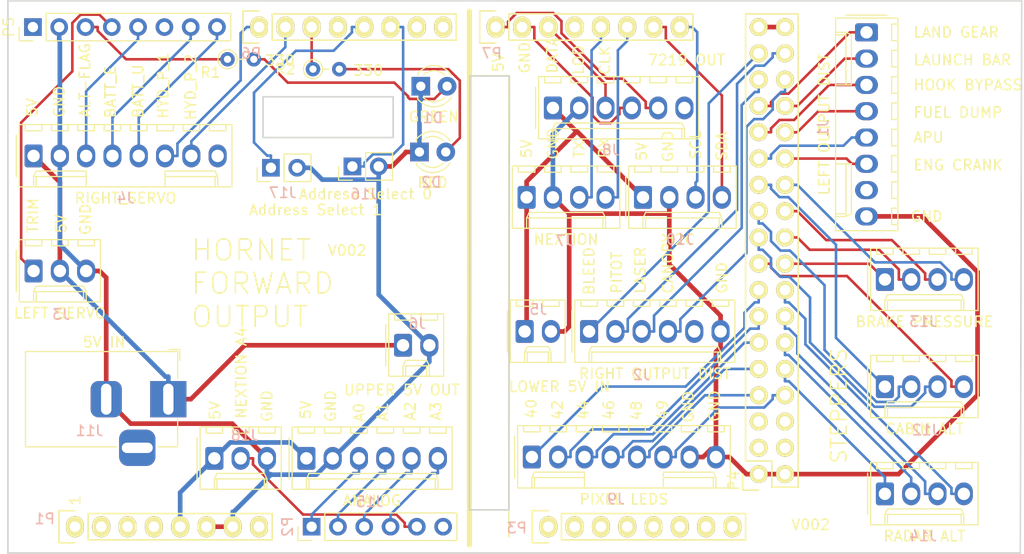
<source format=kicad_pcb>
(kicad_pcb (version 20211014) (generator pcbnew)
  (title_block (date "mar. 31 mars 2015"))
  (layers (0 "F.Cu" signal) (31 "B.Cu" signal) (34 "B.Paste" user) (35 "F.Paste" user) (36 "B.SilkS" user "B.Silkscreen") (37 "F.SilkS" user "F.Silkscreen") (38 "B.Mask" user) (39 "F.Mask" user) (44 "Edge.Cuts" user))
  (net 0 "")
  (net 1 "GND")
  (net 2 "/47")
  (net 3 "/45")
  (net 4 "/43")
  (net 5 "/41")
  (net 6 "/39")
  (net 7 "/37")
  (net 8 "/35")
  (net 9 "/33")
  (net 10 "/30")
  (net 11 "/31")
  (net 12 "/28")
  (net 13 "/29")
  (net 14 "/26")
  (net 15 "/27")
  (net 16 "/24")
  (net 17 "/25")
  (net 18 "/22")
  (net 19 "/23")
  (net 20 "+5V")
  (net 21 "GNDD")
  (net 22 "/D8")
  (net 23 "/D7")
  (net 24 "/D6")
  (net 25 "/D12")
  (net 26 "/D11")
  (net 27 "/D9")
  (net 28 "Net-(D1-Pad2)")
  (net 29 "Net-(D2-Pad2)")
  (net 30 "/14(Tx3)")
  (net 31 "/15(Rx3)")
  (net 32 "/16(Tx2)")
  (net 33 "/18(Tx1)")
  (net 34 "/38")
  (net 35 "/36")
  (net 36 "/34")
  (net 37 "/32")
  (net 38 "/48")
  (net 39 "/49")
  (net 40 "/46")
  (net 41 "/44")
  (net 42 "/42")
  (net 43 "/40")
  (net 44 "/D13")
  (net 45 "/D5")
  (net 46 "/19(Rx1)")
  (net 47 "/20(SDA)")
  (net 48 "/21(SCL)")
  (net 49 "/ADDRESS_SELECT_0")
  (net 50 "/ADDRESS_SELECT_1")
  (net 51 "/LOWER_OUTPUT_5V")
  (net 52 "/UPPER_OUTPUT_5V")
  (net 53 "+5VL")
  (net 54 "/A3")
  (net 55 "/A2")
  (net 56 "/A1")
  (net 57 "/A0")
  (net 58 "/A4")
  (footprint "Socket_Arduino_Mega:Socket_Strip_Arduino_2x18" (layer "F.Cu") (at 197.358 114.046 90)
    (fp_text reference "P4")
    (fp_text value "Digital")
  )
  (footprint "Socket_Arduino_Mega:Socket_Strip_Arduino_1x08" (layer "F.Cu") (at 131.318 119.126)
    (fp_text reference "P1")
    (fp_text value "Power")
  )
  (footprint "Connector_PinHeader_2.54mm:PinHeader_1x06_P2.54mm_Vertical" (layer "F.Cu") (at 154.178 119.126 90)
    (fp_text reference "P2")
    (fp_text value "Analog")
  )
  (footprint "Socket_Arduino_Mega:Socket_Strip_Arduino_1x08" (layer "F.Cu") (at 177.038 119.126)
    (fp_text reference "P3")
    (fp_text value "Analog")
  )
  (footprint "Connector_PinHeader_2.54mm:PinHeader_1x08_P2.54mm_Vertical" (layer "F.Cu") (at 127.254 70.866 90)
    (fp_text reference "P5")
    (fp_text value "PWM")
  )
  (footprint "Socket_Arduino_Mega:Socket_Strip_Arduino_1x08" (layer "F.Cu") (at 149.098 70.866)
    (fp_text reference "P6")
    (fp_text value "PWM")
  )
  (footprint "Socket_Arduino_Mega:Socket_Strip_Arduino_1x08" (layer "F.Cu") (at 171.958 70.866)
    (fp_text reference "P7")
    (fp_text value "Communication")
  )
  (footprint "LED_THT:LED_D3.0mm" (layer "F.Cu") (at 164.719 76.581)
    (fp_text reference "D1")
    (fp_text value "GREEN")
  )
  (footprint "LED_THT:LED_D3.0mm" (layer "F.Cu") (at 164.592 82.931)
    (fp_text reference "D2")
    (fp_text value "RED")
  )
  (footprint "PT_Library_v001:Molex_1x02_P2.54mm_Vertical" (layer "F.Cu") (at 174.752 100.266)
    (fp_text reference "J5")
    (fp_text value "LOWER 5V IN")
  )
  (footprint "PT_Library_v001:Molex_1x06_P2.54mm_Vertical" (layer "F.Cu") (at 177.482 78.6765)
    (fp_text reference "J8")
    (fp_text value "7219 OUT")
  )
  (footprint "Connector_PinHeader_2.54mm:PinHeader_1x02_P2.54mm_Vertical" (layer "F.Cu") (at 158.115 84.328 90)
    (fp_text reference "J16")
    (fp_text value "Address Select 0")
  )
  (footprint "Connector_PinHeader_2.54mm:PinHeader_1x02_P2.54mm_Vertical" (layer "F.Cu") (at 150.241 84.455 90)
    (fp_text reference "J17")
    (fp_text value "Address Select 1")
  )
  (footprint "PT_Library_v001:PT_R_Axial_DIN0204_L3.6mm_D1.6mm_P2.54mm_Vertical" (layer "F.Cu") (at 146.05 73.9775)
    (fp_text reference "R1")
    (fp_text value "330")
  )
  (footprint "PT_Library_v001:PT_R_Axial_DIN0204_L3.6mm_D1.6mm_P2.54mm_Vertical" (layer "F.Cu") (at 154.305 74.93)
    (fp_text reference "R2")
    (fp_text value "330")
  )
  (footprint "PT_Library_v001:Molex_1x08_P2.54mm_Vertical" (layer "F.Cu") (at 207.772 71.374 -90)
    (fp_text reference "J1")
    (fp_text value "LEFT OUTPUT DIST")
  )
  (footprint "PT_Library_v001:Molex_1x03_P2.54mm_Vertical" (layer "F.Cu") (at 127.318 94.4245)
    (fp_text reference "J3")
    (fp_text value "LEFT SERVO")
  )
  (footprint "PT_Library_v001:Molex_1x06_P2.54mm_Vertical" (layer "F.Cu") (at 180.975 100.266)
    (fp_text reference "J2")
    (fp_text value "RIGHT OUTPUT DIST")
  )
  (footprint "PT_Library_v001:Molex_1x04_P2.54mm_Vertical" (layer "F.Cu") (at 209.55 95.25)
    (fp_text reference "J13")
    (fp_text value "BRAKE PRESSURE")
  )
  (footprint "PT_Library_v001:Molex_1x04_P2.54mm_Vertical" (layer "F.Cu") (at 209.55 115.951)
    (fp_text reference "J14")
    (fp_text value "RADAR ALT")
  )
  (footprint "PT_Library_v001:Molex_1x04_P2.54mm_Vertical" (layer "F.Cu") (at 209.55 105.6)
    (fp_text reference "J12")
    (fp_text value "CABIN ALT")
  )
  (footprint "PT_Library_v001:Molex_1x08_P2.54mm_Vertical" (layer "F.Cu") (at 175.45 112.395)
    (fp_text reference "J9")
    (fp_text value "PIXEL LEDS")
  )
  (footprint "PT_Library_v001:Molex_1x04_P2.54mm_Vertical" (layer "F.Cu") (at 186.182 87.3125)
    (fp_text reference "J10")
    (fp_text value "I2C")
  )
  (footprint "Connector_BarrelJack:BarrelJack_Horizontal" (layer "F.Cu") (at 140.335 106.807)
    (fp_text reference "J11")
    (fp_text value "5V IN")
  )
  (footprint "PT_Library_v001:Molex_1x04_P2.54mm_Vertical" (layer "F.Cu") (at 174.942 87.3125)
    (fp_text reference "J7")
    (fp_text value "NEXTION")
  )
  (footprint "PT_Library_v001:Molex_1x08_P2.54mm_Vertical" (layer "F.Cu") (at 127.318 83.312)
    (fp_text reference "J4")
    (fp_text value "RIGHT_SERVO")
  )
  (footprint "PT_Library_v001:Molex_1x02_P2.54mm_Vertical" (layer "F.Cu") (at 163.004 101.6)
    (fp_text reference "J6")
    (fp_text value "UPPER 5V OUT")
  )
  (footprint "PT_Library_v001:Molex_1x06_P2.54mm_Vertical" (layer "F.Cu") (at 153.67 112.522)
    (fp_text reference "J15")
    (fp_text value "ANALOG")
  )
  (footprint "PT_Library_v001:Molex_1x03_P2.54mm_Vertical" (layer "F.Cu") (at 144.78 112.522)
    (fp_text reference "J18")
    (fp_text value "NEXTION ANA")
  )
  (gr_line (start 169.4815 75.565) (end 173.228 75.565) (layer "F.SilkS") (width 0.15))
  (gr_line (start 169.418 69.342) (end 169.418 120.904) (layer "F.SilkS") (width 0.5))
  (gr_line (start 173.228 75.565) (end 173.228 120.0785) (layer "F.SilkS") (width 0.15))
  (gr_line (start 124.841 121.666) (end 222.631 121.666) (layer "Edge.Cuts") (width 0.15))
  (gr_line (start 149.479 77.597) (end 149.606 77.597) (layer "Edge.Cuts") (width 0.15))
  (gr_line (start 169.418 117.5004) (end 169.4688 75.5904) (layer "Edge.Cuts") (width 0.15))
  (gr_line (start 124.841 68.326) (end 222.758 68.326) (layer "Edge.Cuts") (width 0.15))
  (gr_line (start 124.841 68.326) (end 124.841 121.666) (layer "Edge.Cuts") (width 0.15))
  (gr_line (start 149.606 77.597) (end 162.052 77.597) (layer "Edge.Cuts") (width 0.15))
  (gr_line (start 169.4688 75.5904) (end 173.2788 75.5904) (layer "Edge.Cuts") (width 0.15))
  (gr_line (start 173.2788 75.5904) (end 173.228 117.5004) (layer "Edge.Cuts") (width 0.15))
  (gr_line (start 149.479 81.534) (end 149.479 77.597) (layer "Edge.Cuts") (width 0.15))
  (gr_line (start 222.631 121.666) (end 222.758 68.326) (layer "Edge.Cuts") (width 0.15))
  (gr_line (start 162.052 77.597) (end 162.052 81.534) (layer "Edge.Cuts") (width 0.15))
  (gr_line (start 173.228 117.5004) (end 169.418 117.5004) (layer "Edge.Cuts") (width 0.15))
  (gr_line (start 162.052 81.534) (end 149.479 81.534) (layer "Edge.Cuts") (width 0.15))
  (gr_text "BLEED" (at 180.975 96.8375 90) (layer "F.SilkS") (effects (font (size 1 1)) (justify left)))
  (gr_text "PITOT" (at 183.642 96.7105 90) (layer "F.SilkS") (effects (font (size 1 1)) (justify left)))
  (gr_text "LASER" (at 185.928 96.7105 90) (layer "F.SilkS") (effects (font (size 1 1)) (justify left)))
  (gr_text "CANOPY" (at 188.595 96.7105 90) (layer "F.SilkS") (effects (font (size 1 1)) (justify left)))
  (gr_text "GND" (at 177.4825 83.7565 90) (layer "F.SilkS") (effects (font (size 1 1)) (justify left)))
  (gr_text "5V" (at 174.9425 83.6295 90) (layer "F.SilkS") (effects (font (size 1 1)) (justify left)))
  (gr_text "TX" (at 180.0225 83.6295 90) (layer "F.SilkS") (effects (font (size 1 1)) (justify left)))
  (gr_text "RX" (at 182.4355 83.6295 90) (layer "F.SilkS") (effects (font (size 1 1)) (justify left)))
  (gr_text "GND" (at 188.595 84.0105 90) (layer "F.SilkS") (effects (font (size 1 1)) (justify left)))
  (gr_text "5V" (at 186.055 83.8835 90) (layer "F.SilkS") (effects (font (size 1 1)) (justify left)))
  (gr_text "SCL" (at 191.262 83.7565 90) (layer "F.SilkS") (effects (font (size 1 1)) (justify left)))
  (gr_text "SDA" (at 193.802 83.8835 90) (layer "F.SilkS") (effects (font (size 1 1)) (justify left)))
  (gr_text "GND" (at 174.752 75.438 90) (layer "F.SilkS") (effects (font (size 1 1)) (justify left)))
  (gr_text "5V" (at 172.212 75.311 90) (layer "F.SilkS") (effects (font (size 1 1)) (justify left)))
  (gr_text "GND" (at 211.963 89.154) (layer "F.SilkS") (effects (font (size 1 1)) (justify left)))
  (gr_text "LAND GEAR" (at 212.217 71.374) (layer "F.SilkS") (effects (font (size 1 1)) (justify left)))
  (gr_text "LAUNCH BAR" (at 212.217 74.041) (layer "F.SilkS") (effects (font (size 1 1)) (justify left)))
  (gr_text "HOOK BYPASS" (at 212.217 76.454) (layer "F.SilkS") (effects (font (size 1 1)) (justify left)))
  (gr_text "FUEL DUMP" (at 212.217 79.121) (layer "F.SilkS") (effects (font (size 1 1)) (justify left)))
  (gr_text "APU" (at 212.217 81.534) (layer "F.SilkS") (effects (font (size 1 1)) (justify left)))
  (gr_text "ENG CRANK" (at 212.217 84.201) (layer "F.SilkS") (effects (font (size 1 1)) (justify left)))
  (gr_text "LOD" (at 179.959 75.565 90) (layer "F.SilkS") (effects (font (size 1 1)) (justify left)))
  (gr_text "CLK" (at 182.499 75.565 90) (layer "F.SilkS") (effects (font (size 1 1)) (justify left)))
  (gr_text "DATA" (at 177.419 75.438 90) (layer "F.SilkS") (effects (font (size 1 1)) (justify left)))
  (gr_text "5V" (at 129.9845 90.8685 90) (layer "F.SilkS") (effects (font (size 1 1)) (justify left)))
  (gr_text "GND" (at 132.334 91.059 90) (layer "F.SilkS") (effects (font (size 1 1)) (justify left)))
  (gr_text "GND" (at 129.794 79.6925 90) (layer "F.SilkS") (effects (font (size 1 1)) (justify left)))
  (gr_text "5V" (at 127.1905 79.629 90) (layer "F.SilkS") (effects (font (size 1 1)) (justify left)))
  (gr_text "TRIM" (at 127.254 90.8685 90) (layer "F.SilkS") (effects (font (size 1 1)) (justify left)))
  (gr_text "ALT-FLAG" (at 132.2705 79.6925 90) (layer "F.SilkS") (effects (font (size 1 1)) (justify left)))
  (gr_text "BATT_E" (at 134.747 79.756 90) (layer "F.SilkS") (effects (font (size 1 1)) (justify left)))
  (gr_text "BATT_U" (at 137.414 79.756 90) (layer "F.SilkS") (effects (font (size 1 1)) (justify left)))
  (gr_text "HYD_P_1" (at 139.827 79.8195 90) (layer "F.SilkS") (effects (font (size 1 1)) (justify left)))
  (gr_text "HYD_P_2" (at 142.494 79.9465 90) (layer "F.SilkS") (effects (font (size 1 1)) (justify left)))
  (gr_text "GND" (at 149.86 109.093 90) (layer "F.SilkS") (effects (font (size 1 1)) (justify left)))
  (gr_text "5V" (at 144.8435 108.9025 90) (layer "F.SilkS") (effects (font (size 1 1)) (justify left)))
  (gr_text "GND" (at 156.0195 109.093 90) (layer "F.SilkS") (effects (font (size 1 1)) (justify left)))
  (gr_text "5V" (at 153.6065 108.839 90) (layer "F.SilkS") (effects (font (size 1 1)) (justify left)))
  (gr_text "NEXTION A4" (at 147.3835 108.7755 90) (layer "F.SilkS") (effects (font (size 1 1)) (justify left)))
  (gr_text "A0" (at 158.75 109.093 90) (layer "F.SilkS") (effects (font (size 1 1)) (justify left)))
  (gr_text "A1" (at 161.036 109.0295 90) (layer "F.SilkS") (effects (font (size 1 1)) (justify left)))
  (gr_text "A2" (at 163.703 108.966 90) (layer "F.SilkS") (effects (font (size 1 1)) (justify left)))
  (gr_text "A3" (at 166.1795 108.966 90) (layer "F.SilkS") (effects (font (size 1 1)) (justify left)))
  (gr_text "GND" (at 193.1035 109.093 90) (layer "F.SilkS") (effects (font (size 1 1)) (justify left)))
  (gr_text "GND" (at 190.5635 109.1565 90) (layer "F.SilkS") (effects (font (size 1 1)) (justify left)))
  (gr_text "40" (at 175.387 108.7755 90) (layer "F.SilkS") (effects (font (size 1 1)) (justify left)))
  (gr_text "42" (at 177.927 108.9025 90) (layer "F.SilkS") (effects (font (size 1 1)) (justify left)))
  (gr_text "44" (at 180.4035 108.9025 90) (layer "F.SilkS") (effects (font (size 1 1)) (justify left)))
  (gr_text "46" (at 182.88 108.9025 90) (layer "F.SilkS") (effects (font (size 1 1)) (justify left)))
  (gr_text "48" (at 185.547 108.966 90) (layer "F.SilkS") (effects (font (size 1 1)) (justify left)))
  (gr_text "49" (at 188.087 108.9025 90) (layer "F.SilkS") (effects (font (size 1 1)) (justify left)))
  (gr_text "V002\n" (at 202.3745 118.9355) (layer "F.SilkS") (effects (font (size 1 1))))
  (gr_text "GND" (at 193.802 96.7105 90) (layer "F.SilkS") (effects (font (size 1 1)) (justify left)))
  (gr_text "STEPPERS" (at 205.105 107.442 90) (layer "F.SilkS") (effects (font (size 1.5 1.5))))
  (gr_text "V002\n" (at 157.607 92.456) (layer "F.SilkS") (effects (font (size 1 1))))
  (gr_text "1" (at 131.318 116.586 90) (layer "F.SilkS") (effects (font (size 1 1))))
  (gr_text "HORNET \nFORWARD \nOUTPUT" (at 142.4305 95.631) (layer "F.SilkS") (effects (font (size 2 2)) (justify left)))
  (segment (start 188.722 87.3125) (end 188.722 88.8849) (width 0.45) (layer "F.Cu") (net 1))
  (segment (start 199.898 114.046) (end 210.8641 114.046) (width 0.45) (layer "F.Cu") (net 1))
  (segment (start 192.748 111.6323) (end 191.9853 112.395) (width 0.45) (layer "F.Cu") (net 1))
  (segment (start 197.358 114.046) (end 199.898 114.046) (width 0.45) (layer "F.Cu") (net 1))
  (segment (start 196.1763 114.046) (end 194.5253 112.395) (width 0.45) (layer "F.Cu") (net 1))
  (segment (start 193.23 111.6323) (end 193.23 102.2363) (width 0.45) (layer "F.Cu") (net 1))
  (segment (start 193.23 102.2363) (end 193.675 101.7913) (width 0.45) (layer "F.Cu") (net 1))
  (segment (start 193.23 112.395) (end 193.23 111.6323) (width 0.45) (layer "F.Cu") (net 1))
  (segment (start 193.675 100.266) (end 193.675 101.7913) (width 0.45) (layer "F.Cu") (net 1))
  (segment (start 188.722 93.7877) (end 193.675 98.7407) (width 0.45) (layer "F.Cu") (net 1))
  (segment (start 188.722 88.8849) (end 188.722 93.7877) (width 0.45) (layer "F.Cu") (net 1))
  (segment (start 188.722 88.8849) (end 179.0544 88.8849) (width 0.45) (layer "F.Cu") (net 1))
  (segment (start 210.8641 114.046) (end 218.4966 106.4135) (width 0.45) (layer "F.Cu") (net 1))
  (segment (start 193.675 100.266) (end 193.675 98.7407) (width 0.45) (layer "F.Cu") (net 1))
  (segment (start 179.0544 88.8849) (end 179.0544 99.7989) (width 0.45) (layer "F.Cu") (net 1))
  (segment (start 179.0544 99.7989) (end 178.5873 100.266) (width 0.45) (layer "F.Cu") (net 1))
  (segment (start 177.292 100.266) (end 178.5873 100.266) (width 0.45) (layer "F.Cu") (net 1))
  (segment (start 193.23 111.6323) (end 192.748 111.6323) (width 0.45) (layer "F.Cu") (net 1))
  (segment (start 190.69 112.395) (end 191.9853 112.395) (width 0.45) (layer "F.Cu") (net 1))
  (segment (start 218.4966 94.5142) (end 213.1364 89.154) (width 0.45) (layer "F.Cu") (net 1))
  (segment (start 179.0544 88.8849) (end 177.482 87.3125) (width 0.45) (layer "F.Cu") (net 1))
  (segment (start 197.358 114.046) (end 196.1763 114.046) (width 0.45) (layer "F.Cu") (net 1))
  (segment (start 218.4966 106.4135) (end 218.4966 94.5142) (width 0.45) (layer "F.Cu") (net 1))
  (segment (start 213.1364 89.154) (end 207.772 89.154) (width 0.45) (layer "F.Cu") (net 1))
  (segment (start 193.23 112.395) (end 194.5253 112.395) (width 0.45) (layer "F.Cu") (net 1))
  (segment (start 177.482 81.2165) (end 177.482 87.3125) (width 0.45) (layer "B.Cu") (net 1))
  (segment (start 180.022 78.6765) (end 177.482 81.2165) (width 0.45) (layer "B.Cu") (net 1))
  (segment (start 199.898 105.0749) (end 200.2695 105.0749) (width 0.25) (layer "B.Cu") (net 2))
  (segment (start 209.55 114.3554) (end 209.55 115.951) (width 0.25) (layer "B.Cu") (net 2))
  (segment (start 200.2695 105.0749) (end 209.55 114.3554) (width 0.25) (layer "B.Cu") (net 2))
  (segment (start 199.898 103.886) (end 199.898 105.0749) (width 0.25) (layer "B.Cu") (net 2))
  (segment (start 199.898 102.5349) (end 200.2375 102.5349) (width 0.25) (layer "B.Cu") (net 3))
  (segment (start 200.2375 102.5349) (end 212.09 114.3874) (width 0.25) (layer "B.Cu") (net 3))
  (segment (start 199.898 101.346) (end 199.898 102.5349) (width 0.25) (layer "B.Cu") (net 3))
  (segment (start 212.09 114.3874) (end 212.09 115.951) (width 0.25) (layer "B.Cu") (net 3))
  (segment (start 199.898 99.9949) (end 200.2696 99.9949) (width 0.25) (layer "B.Cu") (net 4))
  (segment (start 201.0869 100.8122) (end 201.0869 102.4079) (width 0.25) (layer "B.Cu") (net 4))
  (segment (start 201.0869 102.4079) (end 213.4347 114.7557) (width 0.25) (layer "B.Cu") (net 4))
  (segment (start 213.4347 114.7557) (end 213.4347 115.951) (width 0.25) (layer "B.Cu") (net 4))
  (segment (start 214.63 115.951) (end 213.4347 115.951) (width 0.25) (layer "B.Cu") (net 4))
  (segment (start 199.898 98.806) (end 199.898 99.9949) (width 0.25) (layer "B.Cu") (net 4))
  (segment (start 200.2696 99.9949) (end 201.0869 100.8122) (width 0.25) (layer "B.Cu") (net 4))
  (segment (start 201.8683 101.5094) (end 212.479 112.1201) (width 0.25) (layer "B.Cu") (net 5))
  (segment (start 212.7209 112.1201) (end 215.9747 115.3739) (width 0.25) (layer "B.Cu") (net 5))
  (segment (start 217.17 115.951) (end 215.9747 115.951) (width 0.25) (layer "B.Cu") (net 5))
  (segment (start 215.9747 115.3739) (end 215.9747 115.951) (width 0.25) (layer "B.Cu") (net 5))
  (segment (start 200.2695 97.4549) (end 201.8683 99.0537) (width 0.25) (layer "B.Cu") (net 5))
  (segment (start 212.479 112.1201) (end 212.7209 112.1201) (width 0.25) (layer "B.Cu") (net 5))
  (segment (start 201.8683 99.0537) (end 201.8683 101.5094) (width 0.25) (layer "B.Cu") (net 5))
  (segment (start 199.898 97.4549) (end 200.2695 97.4549) (width 0.25) (layer "B.Cu") (net 5))
  (segment (start 199.898 96.266) (end 199.898 97.4549) (width 0.25) (layer "B.Cu") (net 5))
  (segment (start 199.898 93.726) (end 208.026 93.726) (width 0.25) (layer "F.Cu") (net 6))
  (segment (start 208.026 93.726) (end 209.55 95.25) (width 0.25) (layer "F.Cu") (net 6))
  (segment (start 199.898 91.186) (end 201.0869 91.186) (width 0.25) (layer "F.Cu") (net 7))
  (segment (start 202.2758 92.3749) (end 208.9908 92.3749) (width 0.25) (layer "F.Cu") (net 7))
  (segment (start 212.09 95.25) (end 210.8947 95.25) (width 0.25) (layer "F.Cu") (net 7))
  (segment (start 208.9908 92.3749) (end 210.8947 94.2788) (width 0.25) (layer "F.Cu") (net 7))
  (segment (start 201.0869 91.186) (end 202.2758 92.3749) (width 0.25) (layer "F.Cu") (net 7))
  (segment (start 210.8947 94.2788) (end 210.8947 95.25) (width 0.25) (layer "F.Cu") (net 7))
  (segment (start 199.898 88.646) (end 201.0869 88.646) (width 0.25) (layer "F.Cu") (net 8))
  (segment (start 213.4347 94.6524) (end 210.2245 91.4422) (width 0.25) (layer "F.Cu") (net 8))
  (segment (start 213.4347 95.25) (end 213.4347 94.6524) (width 0.25) (layer "F.Cu") (net 8))
  (segment (start 210.2245 91.4422) (end 203.8831 91.4422) (width 0.25) (layer "F.Cu") (net 8))
  (segment (start 214.63 95.25) (end 213.4347 95.25) (width 0.25) (layer "F.Cu") (net 8))
  (segment (start 203.8831 91.4422) (end 201.0869 88.646) (width 0.25) (layer "F.Cu") (net 8))
  (segment (start 217.17 95.25) (end 215.9747 95.25) (width 0.25) (layer "B.Cu") (net 9))
  (segment (start 208.574 93.5931) (end 214.9154 93.5931) (width 0.25) (layer "B.Cu") (net 9))
  (segment (start 214.9154 93.5931) (end 215.9747 94.6524) (width 0.25) (layer "B.Cu") (net 9))
  (segment (start 199.898 86.106) (end 201.0869 86.106) (width 0.25) (layer "B.Cu") (net 9))
  (segment (start 201.0869 86.106) (end 208.574 93.5931) (width 0.25) (layer "B.Cu") (net 9))
  (segment (start 215.9747 94.6524) (end 215.9747 95.25) (width 0.25) (layer "B.Cu") (net 9))
  (segment (start 205.5552 82.3255) (end 206.3467 81.534) (width 0.25) (layer "B.Cu") (net 10))
  (segment (start 198.5469 83.566) (end 198.5469 83.1944) (width 0.25) (layer "B.Cu") (net 10))
  (segment (start 207.772 81.534) (end 206.3467 81.534) (width 0.25) (layer "B.Cu") (net 10))
  (segment (start 198.5469 83.1944) (end 199.4158 82.3255) (width 0.25) (layer "B.Cu") (net 10))
  (segment (start 197.358 83.566) (end 198.5469 83.566) (width 0.25) (layer "B.Cu") (net 10))
  (segment (start 199.4158 82.3255) (end 205.5552 82.3255) (width 0.25) (layer "B.Cu") (net 10))
  (segment (start 205.8387 83.566) (end 206.3467 84.074) (width 0.25) (layer "F.Cu") (net 11))
  (segment (start 199.898 83.566) (end 205.8387 83.566) (width 0.25) (layer "F.Cu") (net 11))
  (segment (start 207.772 84.074) (end 206.3467 84.074) (width 0.25) (layer "F.Cu") (net 11))
  (segment (start 198.5469 81.026) (end 198.5469 80.6544) (width 0.25) (layer "F.Cu") (net 12))
  (segment (start 198.5469 80.6544) (end 199.3642 79.8371) (width 0.25) (layer "F.Cu") (net 12))
  (segment (start 197.358 81.026) (end 198.5469 81.026) (width 0.25) (layer "F.Cu") (net 12))
  (segment (start 200.7805 79.8371) (end 204.1636 76.454) (width 0.25) (layer "F.Cu") (net 12))
  (segment (start 204.1636 76.454) (end 207.772 76.454) (width 0.25) (layer "F.Cu") (net 12))
  (segment (start 199.3642 79.8371) (end 200.7805 79.8371) (width 0.25) (layer "F.Cu") (net 12))
  (segment (start 201.0869 81.026) (end 203.1189 78.994) (width 0.25) (layer "F.Cu") (net 13))
  (segment (start 199.898 81.026) (end 201.0869 81.026) (width 0.25) (layer "F.Cu") (net 13))
  (segment (start 203.1189 78.994) (end 207.772 78.994) (width 0.25) (layer "F.Cu") (net 13))
  (segment (start 206.1605 71.374) (end 207.772 71.374) (width 0.25) (layer "F.Cu") (net 14))
  (segment (start 200.2374 77.2971) (end 206.1605 71.374) (width 0.25) (layer "F.Cu") (net 14))
  (segment (start 198.5469 78.486) (end 198.5469 78.1144) (width 0.25) (layer "F.Cu") (net 14))
  (segment (start 198.5469 78.1144) (end 199.3642 77.2971) (width 0.25) (layer "F.Cu") (net 14))
  (segment (start 197.358 78.486) (end 198.5469 78.486) (width 0.25) (layer "F.Cu") (net 14))
  (segment (start 199.3642 77.2971) (end 200.2374 77.2971) (width 0.25) (layer "F.Cu") (net 14))
  (segment (start 201.0869 78.486) (end 205.6589 73.914) (width 0.25) (layer "F.Cu") (net 15))
  (segment (start 205.6589 73.914) (end 207.772 73.914) (width 0.25) (layer "F.Cu") (net 15))
  (segment (start 199.898 78.486) (end 201.0869 78.486) (width 0.25) (layer "F.Cu") (net 15))
  (segment (start 195.7187 90.262) (end 187.2503 98.7304) (width 0.25) (layer "B.Cu") (net 16))
  (segment (start 186.055 100.266) (end 187.2503 100.266) (width 0.25) (layer "B.Cu") (net 16))
  (segment (start 187.2503 98.7304) (end 187.2503 100.266) (width 0.25) (layer "B.Cu") (net 16))
  (segment (start 195.7187 78.4027) (end 195.7187 90.262) (width 0.25) (layer "B.Cu") (net 16))
  (segment (start 197.358 77.1349) (end 196.9865 77.1349) (width 0.25) (layer "B.Cu") (net 16))
  (segment (start 196.9865 77.1349) (end 195.7187 78.4027) (width 0.25) (layer "B.Cu") (net 16))
  (segment (start 197.358 75.946) (end 197.358 77.1349) (width 0.25) (layer "B.Cu") (net 16))
  (segment (start 199.5264 77.1349) (end 198.7091 77.9522) (width 0.25) (layer "B.Cu") (net 17))
  (segment (start 196.1691 80.5051) (end 196.1691 92.6919) (width 0.25) (layer "B.Cu") (net 17))
  (segment (start 197.7913 79.756) (end 196.9182 79.756) (width 0.25) (layer "B.Cu") (net 17))
  (segment (start 199.898 75.946) (end 199.898 77.1349) (width 0.25) (layer "B.Cu") (net 17))
  (segment (start 189.7903 99.0707) (end 189.7903 100.266) (width 0.25) (layer "B.Cu") (net 17))
  (segment (start 199.898 77.1349) (end 199.5264 77.1349) (width 0.25) (layer "B.Cu") (net 17))
  (segment (start 188.595 100.266) (end 189.7903 100.266) (width 0.25) (layer "B.Cu") (net 17))
  (segment (start 196.9182 79.756) (end 196.1691 80.5051) (width 0.25) (layer "B.Cu") (net 17))
  (segment (start 198.7091 77.9522) (end 198.7091 78.8382) (width 0.25) (layer "B.Cu") (net 17))
  (segment (start 196.1691 92.6919) (end 189.7903 99.0707) (width 0.25) (layer "B.Cu") (net 17))
  (segment (start 198.7091 78.8382) (end 197.7913 79.756) (width 0.25) (layer "B.Cu") (net 17))
  (segment (start 197.358 73.406) (end 192.532 78.232) (width 0.25) (layer "B.Cu") (net 18))
  (segment (start 192.532 88.709) (end 180.975 100.266) (width 0.25) (layer "B.Cu") (net 18))
  (segment (start 192.532 78.232) (end 192.532 88.709) (width 0.25) (layer "B.Cu") (net 18))
  (segment (start 195.2683 88.5127) (end 195.2683 76.3451) (width 0.25) (layer "B.Cu") (net 19))
  (segment (start 184.7103 99.0707) (end 195.2683 88.5127) (width 0.25) (layer "B.Cu") (net 19))
  (segment (start 198.7091 73.7776) (end 198.7091 73.406) (width 0.25) (layer "B.Cu") (net 19))
  (segment (start 199.898 73.406) (end 198.7091 73.406) (width 0.25) (layer "B.Cu") (net 19))
  (segment (start 197.0185 74.5949) (end 197.8918 74.5949) (width 0.25) (layer "B.Cu") (net 19))
  (segment (start 184.7103 100.266) (end 184.7103 99.0707) (width 0.25) (layer "B.Cu") (net 19))
  (segment (start 195.2683 76.3451) (end 197.0185 74.5949) (width 0.25) (layer "B.Cu") (net 19))
  (segment (start 183.515 100.266) (end 184.7103 100.266) (width 0.25) (layer "B.Cu") (net 19))
  (segment (start 197.8918 74.5949) (end 198.7091 73.7776) (width 0.25) (layer "B.Cu") (net 19))
  (segment (start 199.898 70.866) (end 197.358 70.866) (width 0.45) (layer "F.Cu") (net 20))
  (segment (start 146.5076 109.1696) (end 136.6976 109.1696) (width 0.45) (layer "F.Cu") (net 21))
  (segment (start 163.2667 82.931) (end 163.2667 82.9916) (width 0.45) (layer "F.Cu") (net 21))
  (segment (start 132.398 94.4245) (end 133.6933 94.4245) (width 0.45) (layer "F.Cu") (net 21))
  (segment (start 149.86 112.522) (end 146.5076 109.1696) (width 0.45) (layer "F.Cu") (net 21))
  (segment (start 134.335 106.807) (end 134.335 95.0662) (width 0.45) (layer "F.Cu") (net 21))
  (segment (start 163.2667 82.9916) (end 161.9303 84.328) (width 0.45) (layer "F.Cu") (net 21))
  (segment (start 146.558 119.126) (end 144.018 119.126) (width 0.45) (layer "F.Cu") (net 21))
  (segment (start 164.592 82.931) (end 163.2667 82.931) (width 0.45) (layer "F.Cu") (net 21))
  (segment (start 136.6976 109.1696) (end 134.335 106.807) (width 0.45) (layer "F.Cu") (net 21))
  (segment (start 160.655 84.328) (end 161.9303 84.328) (width 0.45) (layer "F.Cu") (net 21))
  (segment (start 134.335 95.0662) (end 133.6933 94.4245) (width 0.45) (layer "F.Cu") (net 21))
  (segment (start 154.633 114.099) (end 156.21 112.522) (width 0.45) (layer "B.Cu") (net 21))
  (segment (start 150.2365 114.099) (end 154.633 114.099) (width 0.45) (layer "B.Cu") (net 21))
  (segment (start 155.2046 85.6033) (end 154.0563 84.455) (width 0.45) (layer "B.Cu") (net 21))
  (segment (start 164.719 76.581) (end 164.719 77.9063) (width 0.45) (layer "B.Cu") (net 21))
  (segment (start 160.655 85.6033) (end 155.2046 85.6033) (width 0.45) (layer "B.Cu") (net 21))
  (segment (start 129.794 70.866) (end 129.794 72.1413) (width 0.45) (layer "B.Cu") (net 21))
  (segment (start 129.858 91.8845) (end 129.858 83.312) (width 0.45) (layer "B.Cu") (net 21))
  (segment (start 146.558 119.126) (end 146.558 117.6847) (width 0.45) (layer "B.Cu") (net 21))
  (segment (start 165.544 103.188) (end 165.544 101.6) (width 0.45) (layer "B.Cu") (net 21))
  (segment (start 129.858 72.2053) (end 129.794 72.1413) (width 0.45) (layer "B.Cu") (net 21))
  (segment (start 150.1848 114.0473) (end 150.2365 114.099) (width 0.45) (layer "B.Cu") (net 21))
  (segment (start 156.21 112.522) (end 165.544 103.188) (width 0.45) (layer "B.Cu") (net 21))
  (segment (start 146.6508 117.6847) (end 150.2365 114.099) (width 0.45) (layer "B.Cu") (net 21))
  (segment (start 146.558 117.6847) (end 146.6508 117.6847) (width 0.45) (layer "B.Cu") (net 21))
  (segment (start 160.655 85.6033) (end 160.655 96.711) (width 0.45) (layer "B.Cu") (net 21))
  (segment (start 152.781 84.455) (end 154.0563 84.455) (width 0.45) (layer "B.Cu") (net 21))
  (segment (start 160.655 84.328) (end 160.655 85.6033) (width 0.45) (layer "B.Cu") (net 21))
  (segment (start 149.86 114.0473) (end 150.1848 114.0473) (width 0.45) (layer "B.Cu") (net 21))
  (segment (start 149.86 112.522) (end 149.86 114.0473) (width 0.45) (layer "B.Cu") (net 21))
  (segment (start 164.719 77.9063) (end 164.592 78.0333) (width 0.45) (layer "B.Cu") (net 21))
  (segment (start 164.592 78.0333) (end 164.592 82.931) (width 0.45) (layer "B.Cu") (net 21))
  (segment (start 132.398 94.4245) (end 129.858 91.8845) (width 0.45) (layer "B.Cu") (net 21))
  (segment (start 160.655 96.711) (end 165.544 101.6) (width 0.45) (layer "B.Cu") (net 21))
  (segment (start 129.858 83.312) (end 129.858 72.2053) (width 0.45) (layer "B.Cu") (net 21))
  (segment (start 137.478 79.5973) (end 137.478 83.312) (width 0.25) (layer "B.Cu") (net 22))
  (segment (start 145.034 70.866) (end 145.034 72.0413) (width 0.25) (layer "B.Cu") (net 22))
  (segment (start 145.034 72.0413) (end 137.478 79.5973) (width 0.25) (layer "B.Cu") (net 22))
  (segment (start 141.2133 82.1167) (end 141.2133 83.312) (width 0.25) (layer "B.Cu") (net 23))
  (segment (start 147.9091 70.866) (end 147.32 71.4551) (width 0.25) (layer "B.Cu") (net 23))
  (segment (start 149.098 70.866) (end 147.9091 70.866) (width 0.25) (layer "B.Cu") (net 23))
  (segment (start 140.018 83.312) (end 141.2133 83.312) (width 0.25) (layer "B.Cu") (net 23))
  (segment (start 147.32 71.4551) (end 147.32 76.01) (width 0.25) (layer "B.Cu") (net 23))
  (segment (start 147.32 76.01) (end 141.2133 82.1167) (width 0.25) (layer "B.Cu") (net 23))
  (segment (start 151.638 70.866) (end 151.638 72.8067) (width 0.25) (layer "B.Cu") (net 24))
  (segment (start 151.638 72.8067) (end 142.558 81.8867) (width 0.25) (layer "B.Cu") (net 24))
  (segment (start 142.558 83.312) (end 142.558 81.8867) (width 0.25) (layer "B.Cu") (net 24))
  (segment (start 133.6739 69.6659) (end 131.8657 69.6659) (width 0.25) (layer "F.Cu") (net 25))
  (segment (start 134.874 70.866) (end 133.6739 69.6659) (width 0.25) (layer "F.Cu") (net 25))
  (segment (start 131.064 75.14) (end 126.1182 80.0858) (width 0.25) (layer "F.Cu") (net 25))
  (segment (start 126.1182 80.0858) (end 126.1182 93.2247) (width 0.25) (layer "F.Cu") (net 25))
  (segment (start 126.1182 93.2247) (end 127.318 94.4245) (width 0.25) (layer "F.Cu") (net 25))
  (segment (start 131.8657 69.6659) (end 131.064 70.4676) (width 0.25) (layer "F.Cu") (net 25))
  (segment (start 131.064 70.4676) (end 131.064 75.14) (width 0.25) (layer "F.Cu") (net 25))
  (segment (start 137.414 70.866) (end 137.414 72.0413) (width 0.25) (layer "B.Cu") (net 26))
  (segment (start 137.414 72.0413) (end 132.398 77.0573) (width 0.25) (layer "B.Cu") (net 26))
  (segment (start 132.398 77.0573) (end 132.398 83.312) (width 0.25) (layer "B.Cu") (net 26))
  (segment (start 142.494 70.866) (end 142.494 72.0413) (width 0.25) (layer "B.Cu") (net 27))
  (segment (start 134.938 79.5973) (end 134.938 83.312) (width 0.25) (layer "B.Cu") (net 27))
  (segment (start 142.494 72.0413) (end 134.938 79.5973) (width 0.25) (layer "B.Cu") (net 27))
  (segment (start 166.0336 77.8064) (end 163.6439 77.8064) (width 0.25) (layer "F.Cu") (net 28))
  (segment (start 163.4936 77.5603) (end 162.1668 76.2335) (width 0.25) (layer "F.Cu") (net 28))
  (segment (start 163.4936 77.6561) (end 163.4936 77.5603) (width 0.25) (layer "F.Cu") (net 28))
  (segment (start 163.6439 77.8064) (end 163.4936 77.6561) (width 0.25) (layer "F.Cu") (net 28))
  (segment (start 151.8713 76.2335) (end 149.6153 73.9775) (width 0.25) (layer "F.Cu") (net 28))
  (segment (start 167.259 76.581) (end 166.0336 77.8064) (width 0.25) (layer "F.Cu") (net 28))
  (segment (start 162.1668 76.2335) (end 151.8713 76.2335) (width 0.25) (layer "F.Cu") (net 28))
  (segment (start 148.59 73.9775) (end 149.6153 73.9775) (width 0.25) (layer "F.Cu") (net 28))
  (segment (start 168.4891 76.0365) (end 167.3826 74.93) (width 0.25) (layer "F.Cu") (net 29))
  (segment (start 167.3826 74.93) (end 156.845 74.93) (width 0.25) (layer "F.Cu") (net 29))
  (segment (start 168.4891 81.5739) (end 168.4891 76.0365) (width 0.25) (layer "F.Cu") (net 29))
  (segment (start 167.132 82.931) (end 168.4891 81.5739) (width 0.25) (layer "F.Cu") (net 29))
  (segment (start 178.308 71.458) (end 182.7005 75.8505) (width 0.25) (layer "F.Cu") (net 30))
  (segment (start 171.958 70.866) (end 173.1469 70.866) (width 0.25) (layer "F.Cu") (net 30))
  (segment (start 186.4467 78.0789) (end 186.4467 78.6765) (width 0.25) (layer "F.Cu") (net 30))
  (segment (start 173.9823 69.5105) (end 177.5166 69.5105) (width 0.25) (layer "F.Cu") (net 30))
  (segment (start 187.642 78.6765) (end 186.4467 78.6765) (width 0.25) (layer "F.Cu") (net 30))
  (segment (start 173.1469 70.3459) (end 173.9823 69.5105) (width 0.25) (layer "F.Cu") (net 30))
  (segment (start 173.1469 70.866) (end 173.1469 70.3459) (width 0.25) (layer "F.Cu") (net 30))
  (segment (start 177.5166 69.5105) (end 178.308 70.3019) (width 0.25) (layer "F.Cu") (net 30))
  (segment (start 178.308 70.3019) (end 178.308 71.458) (width 0.25) (layer "F.Cu") (net 30))
  (segment (start 182.7005 75.8505) (end 184.2183 75.8505) (width 0.25) (layer "F.Cu") (net 30))
  (segment (start 184.2183 75.8505) (end 186.4467 78.0789) (width 0.25) (layer "F.Cu") (net 30))
  (segment (start 183.0458 80.135) (end 183.9067 79.2741) (width 0.25) (layer "F.Cu") (net 31))
  (segment (start 174.498 70.866) (end 175.6869 70.866) (width 0.25) (layer "F.Cu") (net 31))
  (segment (start 175.6869 72.0549) (end 181.3102 77.6782) (width 0.25) (layer "F.Cu") (net 31))
  (segment (start 181.3102 77.6782) (end 181.3102 79.4277) (width 0.25) (layer "F.Cu") (net 31))
  (segment (start 175.6869 70.866) (end 175.6869 72.0549) (width 0.25) (layer "F.Cu") (net 31))
  (segment (start 185.102 78.6765) (end 183.9067 78.6765) (width 0.25) (layer "F.Cu") (net 31))
  (segment (start 181.3102 79.4277) (end 182.0175 80.135) (width 0.25) (layer "F.Cu") (net 31))
  (segment (start 182.0175 80.135) (end 183.0458 80.135) (width 0.25) (layer "F.Cu") (net 31))
  (segment (start 183.9067 79.2741) (end 183.9067 78.6765) (width 0.25) (layer "F.Cu") (net 31))
  (segment (start 182.562 76.39) (end 182.562 78.6765) (width 0.25) (layer "F.Cu") (net 32))
  (segment (start 177.038 70.866) (end 182.562 76.39) (width 0.25) (layer "F.Cu") (net 32))
  (segment (start 182.118 70.866) (end 182.118 72.2073) (width 0.25) (layer "B.Cu") (net 33))
  (segment (start 180.022 87.3125) (end 181.2173 87.3125) (width 0.25) (layer "B.Cu") (net 33))
  (segment (start 181.2173 73.108) (end 181.2173 87.3125) (width 0.25) (layer "B.Cu") (net 33))
  (segment (start 182.118 72.2073) (end 181.2173 73.108) (width 0.25) (layer "B.Cu") (net 33))
  (segment (start 205.8872 94.9149) (end 199.3642 94.9149) (width 0.25) (layer "F.Cu") (net 34))
  (segment (start 198.5469 94.0976) (end 198.5469 93.726) (width 0.25) (layer "F.Cu") (net 34))
  (segment (start 215.9747 105.6) (end 215.9747 105.0024) (width 0.25) (layer "F.Cu") (net 34))
  (segment (start 199.3642 94.9149) (end 198.5469 94.0976) (width 0.25) (layer "F.Cu") (net 34))
  (segment (start 197.358 93.726) (end 198.5469 93.726) (width 0.25) (layer "F.Cu") (net 34))
  (segment (start 215.9747 105.0024) (end 205.8872 94.9149) (width 0.25) (layer "F.Cu") (net 34))
  (segment (start 217.17 105.6) (end 215.9747 105.6) (width 0.25) (layer "F.Cu") (net 34))
  (segment (start 208.5376 107.5418) (end 212.0905 107.5418) (width 0.25) (layer "B.Cu") (net 35))
  (segment (start 199.4647 94.996) (end 200.3257 94.996) (width 0.25) (layer "B.Cu") (net 35))
  (segment (start 197.358 91.186) (end 197.358 92.3749) (width 0.25) (layer "B.Cu") (net 35))
  (segment (start 200.3257 94.996) (end 202.3187 96.989) (width 0.25) (layer "B.Cu") (net 35))
  (segment (start 198.5469 94.0782) (end 199.4647 94.996) (width 0.25) (layer "B.Cu") (net 35))
  (segment (start 214.63 105.6) (end 213.4347 105.6) (width 0.25) (layer "B.Cu") (net 35))
  (segment (start 197.358 92.3749) (end 197.7296 92.3749) (width 0.25) (layer "B.Cu") (net 35))
  (segment (start 198.5469 93.1922) (end 198.5469 94.0782) (width 0.25) (layer "B.Cu") (net 35))
  (segment (start 202.3187 101.3229) (end 208.5376 107.5418) (width 0.25) (layer "B.Cu") (net 35))
  (segment (start 197.7296 92.3749) (end 198.5469 93.1922) (width 0.25) (layer "B.Cu") (net 35))
  (segment (start 213.4347 106.1976) (end 213.4347 105.6) (width 0.25) (layer "B.Cu") (net 35))
  (segment (start 202.3187 96.989) (end 202.3187 101.3229) (width 0.25) (layer "B.Cu") (net 35))
  (segment (start 212.0905 107.5418) (end 213.4347 106.1976) (width 0.25) (layer "B.Cu") (net 35))
  (segment (start 210.8947 106.5712) (end 210.3938 107.0721) (width 0.25) (layer "B.Cu") (net 36))
  (segment (start 210.3938 107.0721) (end 208.7373 107.0721) (width 0.25) (layer "B.Cu") (net 36))
  (segment (start 198.5469 90.6522) (end 197.7296 89.8349) (width 0.25) (layer "B.Cu") (net 36))
  (segment (start 200.3774 92.456) (end 199.4647 92.456) (width 0.25) (layer "B.Cu") (net 36))
  (segment (start 199.4647 92.456) (end 198.5469 91.5382) (width 0.25) (layer "B.Cu") (net 36))
  (segment (start 208.7373 107.0721) (end 203.718 102.0528) (width 0.25) (layer "B.Cu") (net 36))
  (segment (start 197.358 88.646) (end 197.358 89.8349) (width 0.25) (layer "B.Cu") (net 36))
  (segment (start 203.718 95.7966) (end 200.3774 92.456) (width 0.25) (layer "B.Cu") (net 36))
  (segment (start 210.8947 105.6) (end 210.8947 106.5712) (width 0.25) (layer "B.Cu") (net 36))
  (segment (start 197.7296 89.8349) (end 197.358 89.8349) (width 0.25) (layer "B.Cu") (net 36))
  (segment (start 212.09 105.6) (end 210.8947 105.6) (width 0.25) (layer "B.Cu") (net 36))
  (segment (start 198.5469 91.5382) (end 198.5469 90.6522) (width 0.25) (layer "B.Cu") (net 36))
  (segment (start 203.718 102.0528) (end 203.718 95.7966) (width 0.25) (layer "B.Cu") (net 36))
  (segment (start 204.8238 100.8738) (end 209.55 105.6) (width 0.25) (layer "B.Cu") (net 37))
  (segment (start 197.358 86.106) (end 198.5469 86.106) (width 0.25) (layer "B.Cu") (net 37))
  (segment (start 200.2318 87.2949) (end 204.8238 91.8869) (width 0.25) (layer "B.Cu") (net 37))
  (segment (start 198.5469 86.106) (end 198.5469 86.4776) (width 0.25) (layer "B.Cu") (net 37))
  (segment (start 198.5469 86.4776) (end 199.3642 87.2949) (width 0.25) (layer "B.Cu") (net 37))
  (segment (start 199.3642 87.2949) (end 200.2318 87.2949) (width 0.25) (layer "B.Cu") (net 37))
  (segment (start 204.8238 91.8869) (end 204.8238 100.8738) (width 0.25) (layer "B.Cu") (net 37))
  (segment (start 185.61 112.395) (end 186.8053 112.395) (width 0.25) (layer "B.Cu") (net 38))
  (segment (start 186.8053 111.8024) (end 186.8053 112.395) (width 0.25) (layer "B.Cu") (net 38))
  (segment (start 197.358 106.426) (end 196.1691 106.426) (width 0.25) (layer "B.Cu") (net 38))
  (segment (start 196.1691 106.426) (end 192.1817 106.426) (width 0.25) (layer "B.Cu") (net 38))
  (segment (start 192.1817 106.426) (end 186.8053 111.8024) (width 0.25) (layer "B.Cu") (net 38))
  (segment (start 188.15 112.395) (end 189.3453 112.395) (width 0.25) (layer "B.Cu") (net 39))
  (segment (start 199.898 106.426) (end 198.7091 106.426) (width 0.25) (layer "B.Cu") (net 39))
  (segment (start 197.8918 107.6149) (end 193.5277 107.6149) (width 0.25) (layer "B.Cu") (net 39))
  (segment (start 198.7091 106.426) (end 198.7091 106.7976) (width 0.25) (layer "B.Cu") (net 39))
  (segment (start 198.7091 106.7976) (end 197.8918 107.6149) (width 0.25) (layer "B.Cu") (net 39))
  (segment (start 189.3453 111.7973) (end 189.3453 112.395) (width 0.25) (layer "B.Cu") (net 39))
  (segment (start 193.5277 107.6149) (end 189.3453 111.7973) (width 0.25) (layer "B.Cu") (net 39))
  (segment (start 196.1691 103.886) (end 194.0848 103.886) (width 0.25) (layer "B.Cu") (net 40))
  (segment (start 197.358 103.886) (end 196.1691 103.886) (width 0.25) (layer "B.Cu") (net 40))
  (segment (start 183.07 112.395) (end 184.2653 112.395) (width 0.25) (layer "B.Cu") (net 40))
  (segment (start 194.0848 103.886) (end 187.1034 110.8674) (width 0.25) (layer "B.Cu") (net 40))
  (segment (start 187.1034 110.8674) (end 185.217 110.8674) (width 0.25) (layer "B.Cu") (net 40))
  (segment (start 185.217 110.8674) (end 184.2653 111.8191) (width 0.25) (layer "B.Cu") (net 40))
  (segment (start 184.2653 111.8191) (end 184.2653 112.395) (width 0.25) (layer "B.Cu") (net 40))
  (segment (start 187.1419 110.192) (end 183.3306 110.192) (width 0.25) (layer "B.Cu") (net 41))
  (segment (start 197.358 101.346) (end 196.1691 101.346) (width 0.25) (layer "B.Cu") (net 41))
  (segment (start 196.1691 101.346) (end 195.9879 101.346) (width 0.25) (layer "B.Cu") (net 41))
  (segment (start 180.53 112.395) (end 181.7253 112.395) (width 0.25) (layer "B.Cu") (net 41))
  (segment (start 195.9879 101.346) (end 187.1419 110.192) (width 0.25) (layer "B.Cu") (net 41))
  (segment (start 183.3306 110.192) (end 181.7253 111.7973) (width 0.25) (layer "B.Cu") (net 41))
  (segment (start 181.7253 111.7973) (end 181.7253 112.395) (width 0.25) (layer "B.Cu") (net 41))
  (segment (start 197.358 99.9949) (end 196.5369 99.9949) (width 0.25) (layer "B.Cu") (net 42))
  (segment (start 196.5369 99.9949) (end 186.8082 109.7236) (width 0.25) (layer "B.Cu") (net 42))
  (segment (start 197.358 98.806) (end 197.358 99.9949) (width 0.25) (layer "B.Cu") (net 42))
  (segment (start 181.259 109.7236) (end 179.1853 111.7973) (width 0.25) (layer "B.Cu") (net 42))
  (segment (start 186.8082 109.7236) (end 181.259 109.7236) (width 0.25) (layer "B.Cu") (net 42))
  (segment (start 179.1853 111.7973) (end 179.1853 112.395) (width 0.25) (layer "B.Cu") (net 42))
  (segment (start 177.99 112.395) (end 179.1853 112.395) (width 0.25) (layer "B.Cu") (net 42))
  (segment (start 195.9825 98.4588) (end 195.9825 99.9124) (width 0.25) (layer "B.Cu") (net 43))
  (segment (start 190.3049 105.59) (end 182.255 105.59) (width 0.25) (layer "B.Cu") (net 43))
  (segment (start 195.9825 99.9124) (end 190.3049 105.59) (width 0.25) (layer "B.Cu") (net 43))
  (segment (start 197.358 97.4549) (end 196.9864 97.4549) (width 0.25) (layer "B.Cu") (net 43))
  (segment (start 196.9864 97.4549) (end 195.9825 98.4588) (width 0.25) (layer "B.Cu") (net 43))
  (segment (start 182.255 105.59) (end 175.45 112.395) (width 0.25) (layer "B.Cu") (net 43))
  (segment (start 197.358 96.266) (end 197.358 97.4549) (width 0.25) (layer "B.Cu") (net 43))
  (segment (start 133.5093 70.866) (end 133.5093 71.2333) (width 0.25) (layer "F.Cu") (net 44))
  (segment (start 136.2535 73.9775) (end 146.05 73.9775) (width 0.25) (layer "F.Cu") (net 44))
  (segment (start 132.334 70.866) (end 133.5093 70.866) (width 0.25) (layer "F.Cu") (net 44))
  (segment (start 133.5093 71.2333) (end 136.2535 73.9775) (width 0.25) (layer "F.Cu") (net 44))
  (segment (start 154.178 74.803) (end 154.305 74.93) (width 0.25) (layer "F.Cu") (net 45))
  (segment (start 154.178 70.866) (end 154.178 74.803) (width 0.25) (layer "F.Cu") (net 45))
  (segment (start 184.658 70.866) (end 184.658 72.2073) (width 0.25) (layer "B.Cu") (net 46))
  (segment (start 184.658 72.2073) (end 183.7573 73.108) (width 0.25) (layer "B.Cu") (net 46))
  (segment (start 183.7573 73.108) (end 183.7573 87.3125) (width 0.25) (layer "B.Cu") (net 46))
  (segment (start 182.562 87.3125) (end 183.7573 87.3125) (width 0.25) (layer "B.Cu") (net 46))
  (segment (start 187.198 70.866) (end 188.3869 70.866) (width 0.25) (layer "F.Cu") (net 47))
  (segment (start 188.3869 72.0549) (end 193.802 77.47) (width 0.25) (layer "F.Cu") (net 47))
  (segment (start 188.3869 70.866) (end 188.3869 72.0549) (width 0.25) (layer "F.Cu") (net 47))
  (segment (start 193.802 77.47) (end 193.802 87.3125) (width 0.25) (layer "F.Cu") (net 47))
  (segment (start 191.4187 71.3578) (end 191.4187 85.7305) (width 0.25) (layer "B.Cu") (net 48))
  (segment (start 190.9269 70.866) (end 191.4187 71.3578) (width 0.25) (layer "B.Cu") (net 48))
  (segment (start 189.738 70.866) (end 190.9269 70.866) (width 0.25) (layer "B.Cu") (net 48))
  (segment (start 191.262 87.3125) (end 191.262 85.8872) (width 0.25) (layer "B.Cu") (net 48))
  (segment (start 191.4187 85.7305) (end 191.262 85.8872) (width 0.25) (layer "B.Cu") (net 48))
  (segment (start 161.798 70.866) (end 162.9869 70.866) (width 0.25) (layer "B.Cu") (net 49))
  (segment (start 162.9869 70.866) (end 163.0143 70.8934) (width 0.25) (layer "B.Cu") (net 49))
  (segment (start 160.0982 83.1527) (end 159.2903 83.9606) (width 0.25) (layer "B.Cu") (net 49))
  (segment (start 162.0576 83.1527) (end 160.0982 83.1527) (width 0.25) (layer "B.Cu") (net 49))
  (segment (start 163.0143 82.196) (end 162.0576 83.1527) (width 0.25) (layer "B.Cu") (net 49))
  (segment (start 163.0143 70.8934) (end 163.0143 82.196) (width 0.25) (layer "B.Cu") (net 49))
  (segment (start 158.115 84.328) (end 159.2903 84.328) (width 0.25) (layer "B.Cu") (net 49))
  (segment (start 159.2903 83.9606) (end 159.2903 84.328) (width 0.25) (layer "B.Cu") (net 49))
  (segment (start 148.6116 77.1965) (end 148.6116 82.0176) (width 0.25) (layer "B.Cu") (net 50))
  (segment (start 159.258 70.866) (end 158.0691 70.866) (width 0.25) (layer "B.Cu") (net 50))
  (segment (start 158.0691 71.3861) (end 156.3018 73.1534) (width 0.25) (layer "B.Cu") (net 50))
  (segment (start 158.0691 70.866) (end 158.0691 71.3861) (width 0.25) (layer "B.Cu") (net 50))
  (segment (start 156.3018 73.1534) (end 152.6547 73.1534) (width 0.25) (layer "B.Cu") (net 50))
  (segment (start 148.6116 82.0176) (end 149.8737 83.2797) (width 0.25) (layer "B.Cu") (net 50))
  (segment (start 152.6547 73.1534) (end 148.6116 77.1965) (width 0.25) (layer "B.Cu") (net 50))
  (segment (start 149.8737 83.2797) (end 150.241 83.2797) (width 0.25) (layer "B.Cu") (net 50))
  (segment (start 150.241 84.455) (end 150.241 83.2797) (width 0.25) (layer "B.Cu") (net 50))
  (segment (start 179.7673 80.9618) (end 177.482 78.6765) (width 0.45) (layer "F.Cu") (net 51))
  (segment (start 174.942 85.7871) (end 179.7673 80.9618) (width 0.45) (layer "F.Cu") (net 51))
  (segment (start 179.7673 80.9618) (end 179.8313 80.9618) (width 0.45) (layer "F.Cu") (net 51))
  (segment (start 174.752 100.266) (end 174.942 100.076) (width 0.45) (layer "F.Cu") (net 51))
  (segment (start 174.942 87.3125) (end 174.942 85.7871) (width 0.45) (layer "F.Cu") (net 51))
  (segment (start 174.942 100.076) (end 174.942 87.3125) (width 0.45) (layer "F.Cu") (net 51))
  (segment (start 179.8313 80.9618) (end 186.182 87.3125) (width 0.45) (layer "F.Cu") (net 51))
  (segment (start 163.004 101.6) (end 147.7173 101.6) (width 0.45) (layer "F.Cu") (net 52))
  (segment (start 129.858 94.4245) (end 129.858 85.852) (width 0.45) (layer "F.Cu") (net 52))
  (segment (start 147.7173 101.6) (end 142.5103 106.807) (width 0.45) (layer "F.Cu") (net 52))
  (segment (start 129.858 85.852) (end 127.318 83.312) (width 0.45) (layer "F.Cu") (net 52))
  (segment (start 140.335 106.807) (end 142.5103 106.807) (width 0.45) (layer "F.Cu") (net 52))
  (segment (start 140.335 106.807) (end 140.335 104.6317) (width 0.45) (layer "B.Cu") (net 52))
  (segment (start 140.0652 104.6317) (end 129.858 94.4245) (width 0.45) (layer "B.Cu") (net 52))
  (segment (start 140.335 104.6317) (end 140.0652 104.6317) (width 0.45) (layer "B.Cu") (net 52))
  (segment (start 152.1367 110.9887) (end 153.67 112.522) (width 0.45) (layer "B.Cu") (net 53))
  (segment (start 141.478 115.824) (end 144.78 112.522) (width 0.45) (layer "B.Cu") (net 53))
  (segment (start 141.478 119.126) (end 141.478 115.824) (width 0.45) (layer "B.Cu") (net 53))
  (segment (start 144.78 112.522) (end 146.3133 110.9887) (width 0.45) (layer "B.Cu") (net 53))
  (segment (start 146.3133 110.9887) (end 152.1367 110.9887) (width 0.45) (layer "B.Cu") (net 53))
  (segment (start 166.37 112.522) (end 166.37 113.9473) (width 0.25) (layer "B.Cu") (net 54))
  (segment (start 161.798 117.9507) (end 165.8014 113.9473) (width 0.25) (layer "B.Cu") (net 54))
  (segment (start 165.8014 113.9473) (end 166.37 113.9473) (width 0.25) (layer "B.Cu") (net 54))
  (segment (start 161.798 119.126) (end 161.798 117.9507) (width 0.25) (layer "B.Cu") (net 54))
  (segment (start 163.2614 113.9473) (end 163.83 113.9473) (width 0.25) (layer "B.Cu") (net 55))
  (segment (start 159.258 119.126) (end 159.258 117.9507) (width 0.25) (layer "B.Cu") (net 55))
  (segment (start 163.83 112.522) (end 163.83 113.9473) (width 0.25) (layer "B.Cu") (net 55))
  (segment (start 159.258 117.9507) (end 163.2614 113.9473) (width 0.25) (layer "B.Cu") (net 55))
  (segment (start 156.718 117.9507) (end 160.7214 113.9473) (width 0.25) (layer "B.Cu") (net 56))
  (segment (start 161.29 112.522) (end 161.29 113.9473) (width 0.25) (layer "B.Cu") (net 56))
  (segment (start 160.7214 113.9473) (end 161.29 113.9473) (width 0.25) (layer "B.Cu") (net 56))
  (segment (start 156.718 119.126) (end 156.718 117.9507) (width 0.25) (layer "B.Cu") (net 56))
  (segment (start 154.178 117.9507) (end 158.1814 113.9473) (width 0.25) (layer "B.Cu") (net 57))
  (segment (start 158.75 112.522) (end 158.75 113.9473) (width 0.25) (layer "B.Cu") (net 57))
  (segment (start 158.1814 113.9473) (end 158.75 113.9473) (width 0.25) (layer "B.Cu") (net 57))
  (segment (start 154.178 119.126) (end 154.178 117.9507) (width 0.25) (layer "B.Cu") (net 57))
  (segment (start 153.3463 117.9507) (end 148.5153 113.1197) (width 0.25) (layer "F.Cu") (net 58))
  (segment (start 164.338 119.126) (end 163.1627 119.126) (width 0.25) (layer "F.Cu") (net 58))
  (segment (start 163.1627 118.7586) (end 162.3548 117.9507) (width 0.25) (layer "F.Cu") (net 58))
  (segment (start 148.5153 113.1197) (end 148.5153 112.522) (width 0.25) (layer "F.Cu") (net 58))
  (segment (start 163.1627 119.126) (end 163.1627 118.7586) (width 0.25) (layer "F.Cu") (net 58))
  (segment (start 147.32 112.522) (end 148.5153 112.522) (width 0.25) (layer "F.Cu") (net 58))
  (segment (start 162.3548 117.9507) (end 153.3463 117.9507) (width 0.25) (layer "F.Cu") (net 58))
)
</source>
